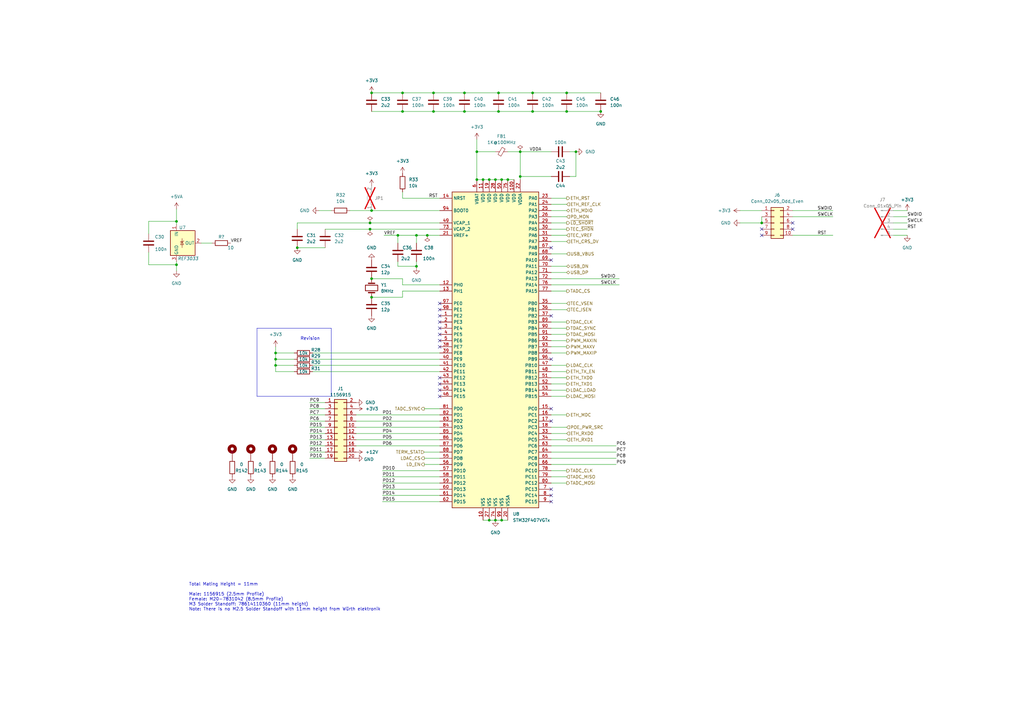
<source format=kicad_sch>
(kicad_sch (version 20230121) (generator eeschema)
  (paper "A3")
  (title_block (title "MCU") (date "2023-11-09") (rev "r0_3") (company "M-Labs Limited") (comment 1 "Linus Woo Chun Kit"))
  (lib_symbols
    (symbol "Connector:Conn_01x05_Pin" (pin_names (offset 1.016) hide)
      (property "Reference" "J" (at 0 7.62 0))
      (property "Value" "Conn_01x05_Pin" (at 0 -7.62 0))
      (symbol "Conn_01x05_Pin_1_1"
        (pin passive line (at 5.08 5.08 180) (length 3.81) (name "Pin_1") (number "1"))
        (pin passive line (at 5.08 2.54 180) (length 3.81) (name "Pin_2") (number "2"))
        (pin passive line (at 5.08 0 180) (length 3.81) (name "Pin_3") (number "3"))
        (pin passive line (at 5.08 -2.54 180) (length 3.81) (name "Pin_4") (number "4"))
        (pin passive line (at 5.08 -5.08 180) (length 3.81) (name "Pin_5") (number "5"))
      )
    )
    (symbol "Connector_Generic:Conn_02x05_Odd_Even" (pin_names (offset 1.016) hide)
      (property "Reference" "J" (at 1.27 7.62 0))
      (property "Value" "Conn_02x05_Odd_Even" (at 1.27 -7.62 0))
      (symbol "Conn_02x05_Odd_Even_1_1"
        (pin passive line (at -5.08 5.08 0) (length 3.81) (name "Pin_1") (number "1"))
        (pin passive line (at 7.62 -5.08 180) (length 3.81) (name "Pin_10") (number "10"))
        (pin passive line (at 7.62 5.08 180) (length 3.81) (name "Pin_2") (number "2"))
        (pin passive line (at -5.08 2.54 0) (length 3.81) (name "Pin_3") (number "3"))
        (pin passive line (at 7.62 2.54 180) (length 3.81) (name "Pin_4") (number "4"))
        (pin passive line (at -5.08 0 0) (length 3.81) (name "Pin_5") (number "5"))
        (pin passive line (at 7.62 0 180) (length 3.81) (name "Pin_6") (number "6"))
        (pin passive line (at -5.08 -2.54 0) (length 3.81) (name "Pin_7") (number "7"))
        (pin passive line (at 7.62 -2.54 180) (length 3.81) (name "Pin_8") (number "8"))
        (pin passive line (at -5.08 -5.08 0) (length 3.81) (name "Pin_9") (number "9"))
      )
    )
    (symbol "Connector_Generic:Conn_02x10_Odd_Even" (pin_names (offset 1.016) hide)
      (property "Reference" "J" (at 1.27 12.7 0))
      (property "Value" "Conn_02x10_Odd_Even" (at 1.27 -15.24 0))
      (symbol "Conn_02x10_Odd_Even_1_1"
        (pin passive line (at -5.08 10.16 0) (length 3.81) (name "Pin_1") (number "1"))
        (pin passive line (at 7.62 0 180) (length 3.81) (name "Pin_10") (number "10"))
        (pin passive line (at -5.08 -2.54 0) (length 3.81) (name "Pin_11") (number "11"))
        (pin passive line (at 7.62 -2.54 180) (length 3.81) (name "Pin_12") (number "12"))
        (pin passive line (at -5.08 -5.08 0) (length 3.81) (name "Pin_13") (number "13"))
        (pin passive line (at 7.62 -5.08 180) (length 3.81) (name "Pin_14") (number "14"))
        (pin passive line (at -5.08 -7.62 0) (length 3.81) (name "Pin_15") (number "15"))
        (pin passive line (at 7.62 -7.62 180) (length 3.81) (name "Pin_16") (number "16"))
        (pin passive line (at -5.08 -10.16 0) (length 3.81) (name "Pin_17") (number "17"))
        (pin passive line (at 7.62 -10.16 180) (length 3.81) (name "Pin_18") (number "18"))
        (pin passive line (at -5.08 -12.7 0) (length 3.81) (name "Pin_19") (number "19"))
        (pin passive line (at 7.62 10.16 180) (length 3.81) (name "Pin_2") (number "2"))
        (pin passive line (at 7.62 -12.7 180) (length 3.81) (name "Pin_20") (number "20"))
        (pin passive line (at -5.08 7.62 0) (length 3.81) (name "Pin_3") (number "3"))
        (pin passive line (at 7.62 7.62 180) (length 3.81) (name "Pin_4") (number "4"))
        (pin passive line (at -5.08 5.08 0) (length 3.81) (name "Pin_5") (number "5"))
        (pin passive line (at 7.62 5.08 180) (length 3.81) (name "Pin_6") (number "6"))
        (pin passive line (at -5.08 2.54 0) (length 3.81) (name "Pin_7") (number "7"))
        (pin passive line (at 7.62 2.54 180) (length 3.81) (name "Pin_8") (number "8"))
        (pin passive line (at -5.08 0 0) (length 3.81) (name "Pin_9") (number "9"))
      )
    )
    (symbol "Device:C" (pin_numbers hide) (pin_names (offset 0.254))
      (property "Reference" "C" (at 0.635 2.54 0))
      (property "Value" "C" (at 0.635 -2.54 0))
      (symbol "C_1_1"
        (pin passive line (at 0 3.81 270) (length 2.794) (name "~") (number "1"))
        (pin passive line (at 0 -3.81 90) (length 2.794) (name "~") (number "2"))
      )
    )
    (symbol "Device:Crystal" (pin_numbers hide) (pin_names (offset 1.016) hide)
      (property "Reference" "Y" (at 0 3.81 0))
      (property "Value" "Crystal" (at 0 -3.81 0))
      (symbol "Crystal_1_1"
        (pin passive line (at -3.81 0 0) (length 1.27) (name "1") (number "1"))
        (pin passive line (at 3.81 0 180) (length 1.27) (name "2") (number "2"))
      )
    )
    (symbol "Device:FerriteBead_Small" (pin_numbers hide) (pin_names (offset 0))
      (property "Reference" "FB" (at 1.905 1.27 0))
      (property "Value" "FerriteBead_Small" (at 1.905 -1.27 0))
      (symbol "FerriteBead_Small_1_1"
        (pin passive line (at 0 2.54 270) (length 1.27) (name "~") (number "1"))
        (pin passive line (at 0 -2.54 90) (length 1.27) (name "~") (number "2"))
      )
    )
    (symbol "Device:R" (pin_numbers hide) (pin_names (offset 0))
      (property "Reference" "R" (at 2.032 0 90))
      (property "Value" "R" (at 0 0 90))
      (symbol "R_1_1"
        (pin passive line (at 0 3.81 270) (length 1.27) (name "~") (number "1"))
        (pin passive line (at 0 -3.81 90) (length 1.27) (name "~") (number "2"))
      )
    )
    (symbol "Jumper:Jumper_2_Open" (pin_names (offset 0) hide)
      (property "Reference" "JP" (at 0 2.794 0))
      (property "Value" "Jumper_2_Open" (at 0 -2.286 0))
      (symbol "Jumper_2_Open_1_1"
        (pin passive line (at -5.08 0 0) (length 2.54) (name "A") (number "1"))
        (pin passive line (at 5.08 0 180) (length 2.54) (name "B") (number "2"))
      )
    )
    (symbol "MCU_ST_STM32F4:STM32F407VGTx"
      (property "Reference" "U" (at -17.78 64.77 0))
      (property "Value" "STM32F407VGTx" (at 12.7 64.77 0))
      (symbol "STM32F407VGTx_1_1"
        (pin bidirectional line (at -22.86 12.7 0) (length 5.08) (name "PE2") (number "1"))
        (pin power_in line (at -5.08 -71.12 90) (length 5.08) (name "VSS") (number "10"))
        (pin power_in line (at 7.62 68.58 270) (length 5.08) (name "VDD") (number "100"))
        (pin power_in line (at -5.08 68.58 270) (length 5.08) (name "VDD") (number "11"))
        (pin input line (at -22.86 25.4 0) (length 5.08) (name "PH0") (number "12"))
        (pin input line (at -22.86 22.86 0) (length 5.08) (name "PH1") (number "13"))
        (pin input line (at -22.86 60.96 0) (length 5.08) (name "NRST") (number "14"))
        (pin bidirectional line (at 22.86 -25.4 180) (length 5.08) (name "PC0") (number "15"))
        (pin bidirectional line (at 22.86 -27.94 180) (length 5.08) (name "PC1") (number "16"))
        (pin bidirectional line (at 22.86 -30.48 180) (length 5.08) (name "PC2") (number "17"))
        (pin bidirectional line (at 22.86 -33.02 180) (length 5.08) (name "PC3") (number "18"))
        (pin power_in line (at -2.54 68.58 270) (length 5.08) (name "VDD") (number "19"))
        (pin bidirectional line (at -22.86 10.16 0) (length 5.08) (name "PE3") (number "2"))
        (pin power_in line (at 5.08 -71.12 90) (length 5.08) (name "VSSA") (number "20"))
        (pin power_in line (at -22.86 45.72 0) (length 5.08) (name "VREF+") (number "21"))
        (pin power_in line (at 10.16 68.58 270) (length 5.08) (name "VDDA") (number "22"))
        (pin bidirectional line (at 22.86 60.96 180) (length 5.08) (name "PA0") (number "23"))
        (pin bidirectional line (at 22.86 58.42 180) (length 5.08) (name "PA1") (number "24"))
        (pin bidirectional line (at 22.86 55.88 180) (length 5.08) (name "PA2") (number "25"))
        (pin bidirectional line (at 22.86 53.34 180) (length 5.08) (name "PA3") (number "26"))
        (pin power_in line (at -2.54 -71.12 90) (length 5.08) (name "VSS") (number "27"))
        (pin power_in line (at 0 68.58 270) (length 5.08) (name "VDD") (number "28"))
        (pin bidirectional line (at 22.86 50.8 180) (length 5.08) (name "PA4") (number "29"))
        (pin bidirectional line (at -22.86 7.62 0) (length 5.08) (name "PE4") (number "3"))
        (pin bidirectional line (at 22.86 48.26 180) (length 5.08) (name "PA5") (number "30"))
        (pin bidirectional line (at 22.86 45.72 180) (length 5.08) (name "PA6") (number "31"))
        (pin bidirectional line (at 22.86 43.18 180) (length 5.08) (name "PA7") (number "32"))
        (pin bidirectional line (at 22.86 -35.56 180) (length 5.08) (name "PC4") (number "33"))
        (pin bidirectional line (at 22.86 -38.1 180) (length 5.08) (name "PC5") (number "34"))
        (pin bidirectional line (at 22.86 17.78 180) (length 5.08) (name "PB0") (number "35"))
        (pin bidirectional line (at 22.86 15.24 180) (length 5.08) (name "PB1") (number "36"))
        (pin bidirectional line (at 22.86 12.7 180) (length 5.08) (name "PB2") (number "37"))
        (pin bidirectional line (at -22.86 0 0) (length 5.08) (name "PE7") (number "38"))
        (pin bidirectional line (at -22.86 -2.54 0) (length 5.08) (name "PE8") (number "39"))
        (pin bidirectional line (at -22.86 5.08 0) (length 5.08) (name "PE5") (number "4"))
        (pin bidirectional line (at -22.86 -5.08 0) (length 5.08) (name "PE9") (number "40"))
        (pin bidirectional line (at -22.86 -7.62 0) (length 5.08) (name "PE10") (number "41"))
        (pin bidirectional line (at -22.86 -10.16 0) (length 5.08) (name "PE11") (number "42"))
        (pin bidirectional line (at -22.86 -12.7 0) (length 5.08) (name "PE12") (number "43"))
        (pin bidirectional line (at -22.86 -15.24 0) (length 5.08) (name "PE13") (number "44"))
        (pin bidirectional line (at -22.86 -17.78 0) (length 5.08) (name "PE14") (number "45"))
        (pin bidirectional line (at -22.86 -20.32 0) (length 5.08) (name "PE15") (number "46"))
        (pin bidirectional line (at 22.86 -7.62 180) (length 5.08) (name "PB10") (number "47"))
        (pin bidirectional line (at 22.86 -10.16 180) (length 5.08) (name "PB11") (number "48"))
        (pin power_in line (at -22.86 50.8 0) (length 5.08) (name "VCAP_1") (number "49"))
        (pin bidirectional line (at -22.86 2.54 0) (length 5.08) (name "PE6") (number "5"))
        (pin power_in line (at 2.54 68.58 270) (length 5.08) (name "VDD") (number "50"))
        (pin bidirectional line (at 22.86 -12.7 180) (length 5.08) (name "PB12") (number "51"))
        (pin bidirectional line (at 22.86 -15.24 180) (length 5.08) (name "PB13") (number "52"))
        (pin bidirectional line (at 22.86 -17.78 180) (length 5.08) (name "PB14") (number "53"))
        (pin bidirectional line (at 22.86 -20.32 180) (length 5.08) (name "PB15") (number "54"))
        (pin bidirectional line (at -22.86 -45.72 0) (length 5.08) (name "PD8") (number "55"))
        (pin bidirectional line (at -22.86 -48.26 0) (length 5.08) (name "PD9") (number "56"))
        (pin bidirectional line (at -22.86 -50.8 0) (length 5.08) (name "PD10") (number "57"))
        (pin bidirectional line (at -22.86 -53.34 0) (length 5.08) (name "PD11") (number "58"))
        (pin bidirectional line (at -22.86 -55.88 0) (length 5.08) (name "PD12") (number "59"))
        (pin power_in line (at -7.62 68.58 270) (length 5.08) (name "VBAT") (number "6"))
        (pin bidirectional line (at -22.86 -58.42 0) (length 5.08) (name "PD13") (number "60"))
        (pin bidirectional line (at -22.86 -60.96 0) (length 5.08) (name "PD14") (number "61"))
        (pin bidirectional line (at -22.86 -63.5 0) (length 5.08) (name "PD15") (number "62"))
        (pin bidirectional line (at 22.86 -40.64 180) (length 5.08) (name "PC6") (number "63"))
        (pin bidirectional line (at 22.86 -43.18 180) (length 5.08) (name "PC7") (number "64"))
        (pin bidirectional line (at 22.86 -45.72 180) (length 5.08) (name "PC8") (number "65"))
        (pin bidirectional line (at 22.86 -48.26 180) (length 5.08) (name "PC9") (number "66"))
        (pin bidirectional line (at 22.86 40.64 180) (length 5.08) (name "PA8") (number "67"))
        (pin bidirectional line (at 22.86 38.1 180) (length 5.08) (name "PA9") (number "68"))
        (pin bidirectional line (at 22.86 35.56 180) (length 5.08) (name "PA10") (number "69"))
        (pin bidirectional line (at 22.86 -58.42 180) (length 5.08) (name "PC13") (number "7"))
        (pin bidirectional line (at 22.86 33.02 180) (length 5.08) (name "PA11") (number "70"))
        (pin bidirectional line (at 22.86 30.48 180) (length 5.08) (name "PA12") (number "71"))
        (pin bidirectional line (at 22.86 27.94 180) (length 5.08) (name "PA13") (number "72"))
        (pin power_in line (at -22.86 48.26 0) (length 5.08) (name "VCAP_2") (number "73"))
        (pin power_in line (at 0 -71.12 90) (length 5.08) (name "VSS") (number "74"))
        (pin power_in line (at 5.08 68.58 270) (length 5.08) (name "VDD") (number "75"))
        (pin bidirectional line (at 22.86 25.4 180) (length 5.08) (name "PA14") (number "76"))
        (pin bidirectional line (at 22.86 22.86 180) (length 5.08) (name "PA15") (number "77"))
        (pin bidirectional line (at 22.86 -50.8 180) (length 5.08) (name "PC10") (number "78"))
        (pin bidirectional line (at 22.86 -53.34 180) (length 5.08) (name "PC11") (number "79"))
        (pin bidirectional line (at 22.86 -60.96 180) (length 5.08) (name "PC14") (number "8"))
        (pin bidirectional line (at 22.86 -55.88 180) (length 5.08) (name "PC12") (number "80"))
        (pin bidirectional line (at -22.86 -25.4 0) (length 5.08) (name "PD0") (number "81"))
        (pin bidirectional line (at -22.86 -27.94 0) (length 5.08) (name "PD1") (number "82"))
        (pin bidirectional line (at -22.86 -30.48 0) (length 5.08) (name "PD2") (number "83"))
        (pin bidirectional line (at -22.86 -33.02 0) (length 5.08) (name "PD3") (number "84"))
        (pin bidirectional line (at -22.86 -35.56 0) (length 5.08) (name "PD4") (number "85"))
        (pin bidirectional line (at -22.86 -38.1 0) (length 5.08) (name "PD5") (number "86"))
        (pin bidirectional line (at -22.86 -40.64 0) (length 5.08) (name "PD6") (number "87"))
        (pin bidirectional line (at -22.86 -43.18 0) (length 5.08) (name "PD7") (number "88"))
        (pin bidirectional line (at 22.86 10.16 180) (length 5.08) (name "PB3") (number "89"))
        (pin bidirectional line (at 22.86 -63.5 180) (length 5.08) (name "PC15") (number "9"))
        (pin bidirectional line (at 22.86 7.62 180) (length 5.08) (name "PB4") (number "90"))
        (pin bidirectional line (at 22.86 5.08 180) (length 5.08) (name "PB5") (number "91"))
        (pin bidirectional line (at 22.86 2.54 180) (length 5.08) (name "PB6") (number "92"))
        (pin bidirectional line (at 22.86 0 180) (length 5.08) (name "PB7") (number "93"))
        (pin input line (at -22.86 55.88 0) (length 5.08) (name "BOOT0") (number "94"))
        (pin bidirectional line (at 22.86 -2.54 180) (length 5.08) (name "PB8") (number "95"))
        (pin bidirectional line (at 22.86 -5.08 180) (length 5.08) (name "PB9") (number "96"))
        (pin bidirectional line (at -22.86 17.78 0) (length 5.08) (name "PE0") (number "97"))
        (pin bidirectional line (at -22.86 15.24 0) (length 5.08) (name "PE1") (number "98"))
        (pin power_in line (at 2.54 -71.12 90) (length 5.08) (name "VSS") (number "99"))
      )
    )
    (symbol "Mechanical:MountingHole_Pad" (pin_numbers hide) (pin_names (offset 1.016) hide)
      (property "Reference" "H" (at 0 6.35 0))
      (property "Value" "MountingHole_Pad" (at 0 4.445 0))
      (symbol "MountingHole_Pad_1_1"
        (pin input line (at 0 -2.54 90) (length 2.54) (name "1") (number "1"))
      )
    )
    (symbol "Reference_Voltage:REF3033" (pin_names (offset 0.254))
      (property "Reference" "U" (at 0 6.35 0))
      (property "Value" "REF3033" (at 2.54 -6.35 0))
      (symbol "REF3033_1_1"
        (pin power_in line (at -2.54 7.62 270) (length 2.54) (name "IN") (number "1"))
        (pin power_out line (at 7.62 0 180) (length 2.54) (name "OUT") (number "2"))
        (pin power_in line (at -2.54 -7.62 90) (length 2.54) (name "GND") (number "3"))
      )
    )
    (symbol "power:+12V" (power) (pin_names (offset 0))
      (property "Value" "+12V" (at 0 3.556 0))
      (symbol "+12V_1_1"
        (pin power_in line (at 0 0 90) (length 0) hide (name "+12V") (number "1"))
      )
    )
    (symbol "power:+3V3" (power) (pin_names (offset 0))
      (property "Value" "+3V3" (at 0 3.556 0))
      (symbol "+3V3_1_1"
        (pin power_in line (at 0 0 90) (length 0) hide (name "+3V3") (number "1"))
      )
    )
    (symbol "power:+5VA" (power) (pin_names (offset 0))
      (property "Value" "+5VA" (at 0 3.556 0))
      (symbol "+5VA_1_1"
        (pin power_in line (at 0 0 90) (length 0) hide (name "+5VA") (number "1"))
      )
    )
    (symbol "power:GND" (power) (pin_names (offset 0))
      (property "Value" "GND" (at 0 -3.81 0))
      (symbol "GND_1_1"
        (pin power_in line (at 0 0 270) (length 0) hide (name "GND") (number "1"))
      )
    )
    (symbol "power:PWR_FLAG" (power) (pin_numbers hide) (pin_names (offset 0) hide)
      (property "Value" "PWR_FLAG" (at 0 3.81 0))
      (symbol "PWR_FLAG_0_0"
        (pin power_out line (at 0 0 90) (length 0) (name "pwr") (number "1"))
      )
    )
  )
  (junction (at 165.1 38.1))
  (junction (at 152.4 114.3))
  (junction (at 198.12 73.66))
  (junction (at 205.74 213.36))
  (junction (at 177.8 38.1))
  (junction (at 213.36 72.39))
  (junction (at 236.22 62.23))
  (junction (at 152.4 38.1))
  (junction (at 195.58 73.66))
  (junction (at 121.92 101.6))
  (junction (at 72.39 90.805))
  (junction (at 200.66 73.66))
  (junction (at 170.815 96.52))
  (junction (at 203.2 213.36))
  (junction (at 151.765 91.44))
  (junction (at 175.26 96.52))
  (junction (at 204.47 38.1))
  (junction (at 152.4 86.36))
  (junction (at 177.8 45.72))
  (junction (at 232.41 45.72))
  (junction (at 200.66 213.36))
  (junction (at 208.28 73.66))
  (junction (at 113.03 144.78))
  (junction (at 190.5 45.72))
  (junction (at 165.1 45.72))
  (junction (at 203.2 73.66))
  (junction (at 232.41 38.1))
  (junction (at 213.36 62.23))
  (junction (at 170.815 109.22))
  (junction (at 190.5 38.1))
  (junction (at 204.47 45.72))
  (junction (at 113.03 147.32))
  (junction (at 218.44 38.1))
  (junction (at 246.38 45.72))
  (junction (at 151.765 93.98))
  (junction (at 205.74 73.66))
  (junction (at 152.4 121.92))
  (junction (at 195.58 62.23))
  (junction (at 312.42 91.44))
  (junction (at 218.44 45.72))
  (junction (at 72.39 108.585))
  (junction (at 113.03 149.86))
  (junction (at 163.195 96.52))
  (no_connect (at 312.42 96.52))
  (no_connect (at 325.12 93.98))
  (no_connect (at 325.12 91.44))
  (no_connect (at 180.34 157.48))
  (no_connect (at 180.34 154.94))
  (no_connect (at 312.42 93.98))
  (no_connect (at 226.06 172.72))
  (no_connect (at 226.06 101.6))
  (no_connect (at 226.06 200.66))
  (no_connect (at 226.06 203.2))
  (no_connect (at 226.06 205.74))
  (no_connect (at 226.06 106.68))
  (no_connect (at 226.06 129.54))
  (no_connect (at 180.34 129.54))
  (no_connect (at 180.34 124.46))
  (no_connect (at 180.34 127))
  (no_connect (at 226.06 147.32))
  (no_connect (at 226.06 167.64))
  (no_connect (at 180.34 162.56))
  (no_connect (at 180.34 160.02))
  (no_connect (at 180.34 132.08))
  (no_connect (at 180.34 134.62))
  (no_connect (at 180.34 137.16))
  (no_connect (at 180.34 139.7))
  (no_connect (at 180.34 142.24))
  (wire (pts (xy 226.06 180.34) (xy 232.41 180.34)))
  (wire (pts (xy 156.845 205.74) (xy 180.34 205.74)))
  (wire (pts (xy 226.06 170.18) (xy 232.41 170.18)))
  (wire (pts (xy 226.06 160.02) (xy 232.41 160.02)))
  (wire (pts (xy 226.06 99.06) (xy 232.41 99.06)))
  (wire (pts (xy 165.1 116.84) (xy 180.34 116.84)))
  (wire (pts (xy 226.06 104.14) (xy 232.41 104.14)))
  (wire (pts (xy 170.815 109.22) (xy 170.815 109.855)))
  (wire (pts (xy 127 175.26) (xy 133.35 175.26)))
  (wire (pts (xy 156.845 203.2) (xy 180.34 203.2)))
  (wire (pts (xy 72.39 85.725) (xy 72.39 90.805)))
  (wire (pts (xy 226.06 86.36) (xy 232.41 86.36)))
  (polyline (pts (xy 105.41 162.56) (xy 135.89 162.56)))
  (wire (pts (xy 127 167.64) (xy 133.35 167.64)))
  (wire (pts (xy 175.26 96.52) (xy 180.34 96.52)))
  (wire (pts (xy 372.11 91.44) (xy 366.395 91.44)))
  (wire (pts (xy 198.12 213.36) (xy 200.66 213.36)))
  (wire (pts (xy 218.44 45.72) (xy 232.41 45.72)))
  (wire (pts (xy 312.42 88.9) (xy 312.42 91.44)))
  (wire (pts (xy 165.1 81.28) (xy 180.34 81.28)))
  (wire (pts (xy 233.68 72.39) (xy 236.22 72.39)))
  (wire (pts (xy 146.05 180.34) (xy 180.34 180.34)))
  (wire (pts (xy 146.05 172.72) (xy 180.34 172.72)))
  (wire (pts (xy 72.39 108.585) (xy 60.96 108.585)))
  (wire (pts (xy 372.11 96.52) (xy 366.395 96.52)))
  (wire (pts (xy 195.58 62.23) (xy 203.2 62.23)))
  (wire (pts (xy 121.92 101.6) (xy 133.35 101.6)))
  (wire (pts (xy 170.815 96.52) (xy 170.815 99.695)))
  (wire (pts (xy 173.99 187.96) (xy 180.34 187.96)))
  (wire (pts (xy 325.12 96.52) (xy 341.63 96.52)))
  (wire (pts (xy 203.2 213.36) (xy 205.74 213.36)))
  (wire (pts (xy 226.06 139.7) (xy 232.41 139.7)))
  (polyline (pts (xy 135.89 162.56) (xy 135.89 134.62)))
  (wire (pts (xy 127 185.42) (xy 133.35 185.42)))
  (wire (pts (xy 226.06 116.84) (xy 254 116.84)))
  (wire (pts (xy 204.47 38.1) (xy 218.44 38.1)))
  (wire (pts (xy 113.03 152.4) (xy 120.65 152.4)))
  (wire (pts (xy 151.765 91.44) (xy 180.34 91.44)))
  (wire (pts (xy 128.27 149.86) (xy 180.34 149.86)))
  (wire (pts (xy 170.815 107.315) (xy 170.815 109.22)))
  (wire (pts (xy 113.03 149.86) (xy 120.65 149.86)))
  (wire (pts (xy 152.4 45.72) (xy 165.1 45.72)))
  (wire (pts (xy 127 165.1) (xy 133.35 165.1)))
  (wire (pts (xy 128.27 147.32) (xy 180.34 147.32)))
  (wire (pts (xy 72.39 107.315) (xy 72.39 108.585)))
  (wire (pts (xy 165.1 119.38) (xy 165.1 121.92)))
  (wire (pts (xy 208.28 62.23) (xy 213.36 62.23)))
  (wire (pts (xy 146.05 170.18) (xy 180.34 170.18)))
  (wire (pts (xy 127 172.72) (xy 133.35 172.72)))
  (wire (pts (xy 156.845 193.04) (xy 180.34 193.04)))
  (wire (pts (xy 133.35 93.98) (xy 151.765 93.98)))
  (wire (pts (xy 226.06 177.8) (xy 232.41 177.8)))
  (wire (pts (xy 226.06 193.04) (xy 232.41 193.04)))
  (wire (pts (xy 165.1 81.28) (xy 165.1 78.74)))
  (wire (pts (xy 72.39 90.805) (xy 72.39 92.075)))
  (wire (pts (xy 127 180.34) (xy 133.35 180.34)))
  (wire (pts (xy 113.03 147.32) (xy 113.03 149.86)))
  (wire (pts (xy 372.11 93.98) (xy 366.395 93.98)))
  (wire (pts (xy 226.06 154.94) (xy 232.41 154.94)))
  (wire (pts (xy 156.845 195.58) (xy 180.34 195.58)))
  (wire (pts (xy 213.36 62.23) (xy 213.36 72.39)))
  (wire (pts (xy 226.06 111.76) (xy 232.41 111.76)))
  (wire (pts (xy 226.06 134.62) (xy 232.41 134.62)))
  (wire (pts (xy 127 187.96) (xy 133.35 187.96)))
  (wire (pts (xy 226.06 182.88) (xy 252.73 182.88)))
  (wire (pts (xy 226.06 187.96) (xy 252.73 187.96)))
  (wire (pts (xy 226.06 149.86) (xy 232.41 149.86)))
  (wire (pts (xy 82.55 99.695) (xy 86.995 99.695)))
  (wire (pts (xy 226.06 137.16) (xy 232.41 137.16)))
  (wire (pts (xy 226.06 185.42) (xy 252.73 185.42)))
  (wire (pts (xy 226.06 93.98) (xy 232.41 93.98)))
  (wire (pts (xy 177.8 38.1) (xy 190.5 38.1)))
  (wire (pts (xy 200.66 213.36) (xy 203.2 213.36)))
  (wire (pts (xy 127 177.8) (xy 133.35 177.8)))
  (wire (pts (xy 372.11 88.9) (xy 366.395 88.9)))
  (wire (pts (xy 203.2 73.66) (xy 205.74 73.66)))
  (wire (pts (xy 195.58 62.23) (xy 195.58 73.66)))
  (wire (pts (xy 233.68 62.23) (xy 236.22 62.23)))
  (wire (pts (xy 157.48 96.52) (xy 163.195 96.52)))
  (wire (pts (xy 146.05 182.88) (xy 180.34 182.88)))
  (wire (pts (xy 177.8 45.72) (xy 190.5 45.72)))
  (wire (pts (xy 163.195 109.22) (xy 163.195 107.315)))
  (wire (pts (xy 226.06 190.5) (xy 252.73 190.5)))
  (wire (pts (xy 146.05 175.26) (xy 180.34 175.26)))
  (wire (pts (xy 226.06 198.12) (xy 232.41 198.12)))
  (wire (pts (xy 232.41 38.1) (xy 246.38 38.1)))
  (wire (pts (xy 195.58 73.66) (xy 198.12 73.66)))
  (wire (pts (xy 213.36 62.23) (xy 226.06 62.23)))
  (wire (pts (xy 165.1 121.92) (xy 152.4 121.92)))
  (wire (pts (xy 113.03 144.78) (xy 113.03 147.32)))
  (wire (pts (xy 152.4 86.36) (xy 180.34 86.36)))
  (wire (pts (xy 198.12 73.66) (xy 200.66 73.66)))
  (wire (pts (xy 113.03 144.78) (xy 120.65 144.78)))
  (wire (pts (xy 113.03 149.86) (xy 113.03 152.4)))
  (wire (pts (xy 213.36 72.39) (xy 213.36 73.66)))
  (wire (pts (xy 226.06 124.46) (xy 232.41 124.46)))
  (wire (pts (xy 226.06 152.4) (xy 232.41 152.4)))
  (wire (pts (xy 325.12 86.36) (xy 341.63 86.36)))
  (polyline (pts (xy 105.41 134.62) (xy 105.41 162.56)))
  (wire (pts (xy 226.06 195.58) (xy 232.41 195.58)))
  (wire (pts (xy 156.845 198.12) (xy 180.34 198.12)))
  (wire (pts (xy 163.195 96.52) (xy 170.815 96.52)))
  (wire (pts (xy 113.03 147.32) (xy 120.65 147.32)))
  (wire (pts (xy 208.28 73.66) (xy 210.82 73.66)))
  (wire (pts (xy 165.1 45.72) (xy 177.8 45.72)))
  (wire (pts (xy 173.99 185.42) (xy 180.34 185.42)))
  (wire (pts (xy 165.1 119.38) (xy 180.34 119.38)))
  (wire (pts (xy 226.06 142.24) (xy 232.41 142.24)))
  (wire (pts (xy 372.11 86.36) (xy 366.395 86.36)))
  (wire (pts (xy 165.1 116.84) (xy 165.1 114.3)))
  (wire (pts (xy 226.06 132.08) (xy 232.41 132.08)))
  (wire (pts (xy 121.92 93.98) (xy 121.92 91.44)))
  (wire (pts (xy 213.36 72.39) (xy 226.06 72.39)))
  (wire (pts (xy 236.22 72.39) (xy 236.22 62.23)))
  (wire (pts (xy 205.74 73.66) (xy 208.28 73.66)))
  (wire (pts (xy 226.06 109.22) (xy 232.41 109.22)))
  (wire (pts (xy 113.03 142.24) (xy 113.03 144.78)))
  (wire (pts (xy 156.845 200.66) (xy 180.34 200.66)))
  (wire (pts (xy 163.195 99.695) (xy 163.195 96.52)))
  (wire (pts (xy 303.53 91.44) (xy 312.42 91.44)))
  (wire (pts (xy 218.44 38.1) (xy 232.41 38.1)))
  (wire (pts (xy 226.06 175.26) (xy 232.41 175.26)))
  (wire (pts (xy 226.06 88.9) (xy 232.41 88.9)))
  (wire (pts (xy 60.96 95.885) (xy 60.96 90.805)))
  (wire (pts (xy 232.41 45.72) (xy 246.38 45.72)))
  (wire (pts (xy 226.06 96.52) (xy 232.41 96.52)))
  (wire (pts (xy 195.58 57.15) (xy 195.58 62.23)))
  (wire (pts (xy 226.06 119.38) (xy 232.41 119.38)))
  (wire (pts (xy 173.99 190.5) (xy 180.34 190.5)))
  (wire (pts (xy 72.39 108.585) (xy 72.39 111.125)))
  (wire (pts (xy 190.5 38.1) (xy 204.47 38.1)))
  (wire (pts (xy 165.1 38.1) (xy 177.8 38.1)))
  (wire (pts (xy 152.4 38.1) (xy 165.1 38.1)))
  (wire (pts (xy 204.47 45.72) (xy 218.44 45.72)))
  (wire (pts (xy 60.96 90.805) (xy 72.39 90.805)))
  (wire (pts (xy 170.815 109.22) (xy 163.195 109.22)))
  (wire (pts (xy 226.06 127) (xy 232.41 127)))
  (wire (pts (xy 226.06 81.28) (xy 232.41 81.28)))
  (wire (pts (xy 226.06 83.82) (xy 232.41 83.82)))
  (wire (pts (xy 151.765 93.98) (xy 180.34 93.98)))
  (wire (pts (xy 205.74 213.36) (xy 208.28 213.36)))
  (wire (pts (xy 303.53 86.36) (xy 312.42 86.36)))
  (wire (pts (xy 226.06 144.78) (xy 232.41 144.78)))
  (wire (pts (xy 165.1 114.3) (xy 152.4 114.3)))
  (polyline (pts (xy 105.41 134.62) (xy 135.89 134.62)))
  (wire (pts (xy 143.51 86.36) (xy 152.4 86.36)))
  (wire (pts (xy 226.06 91.44) (xy 232.41 91.44)))
  (wire (pts (xy 130.81 86.36) (xy 135.89 86.36)))
  (wire (pts (xy 121.92 91.44) (xy 151.765 91.44)))
  (wire (pts (xy 226.06 162.56) (xy 232.41 162.56)))
  (wire (pts (xy 190.5 45.72) (xy 204.47 45.72)))
  (wire (pts (xy 127 182.88) (xy 133.35 182.88)))
  (wire (pts (xy 170.815 96.52) (xy 175.26 96.52)))
  (wire (pts (xy 128.27 144.78) (xy 180.34 144.78)))
  (wire (pts (xy 226.06 114.3) (xy 254 114.3)))
  (wire (pts (xy 226.06 157.48) (xy 232.41 157.48)))
  (wire (pts (xy 60.96 108.585) (xy 60.96 103.505)))
  (wire (pts (xy 127 170.18) (xy 133.35 170.18)))
  (wire (pts (xy 146.05 177.8) (xy 180.34 177.8)))
  (wire (pts (xy 325.12 88.9) (xy 341.63 88.9)))
  (wire (pts (xy 173.99 167.64) (xy 180.34 167.64)))
  (wire (pts (xy 128.27 152.4) (xy 180.34 152.4)))
  (wire (pts (xy 200.66 73.66) (xy 203.2 73.66)))
  (text "Revision\n" (at 123.19 139.7 0) (effects (font (size 1.27 1.27)) (justify left bottom)))
  (text "Total Mating Height = 11mm\n\nMale: 1156915 (2.5mm Profile)\nFemale: M20-7831042 (8.5mm Profile)\nM3 Solder Standoff: 78614110360 (11mm height)\nNote: There is no M2.5 Solder Standoff with 11mm height from Würth elektronik\n\n" (at 77.47 252.73 0) (effects (font (size 1.27 1.27)) (justify left bottom)))
  (label "SWCLK" (at 372.11 91.44 0))
  (label "RST" (at 372.11 93.98 0))
  (label "SWDIO" (at 246.38 114.3 0))
  (label "SWCLK" (at 335.28 88.9 0))
  (label "PD11" (at 156.845 195.58 0))
  (label "PD10" (at 127 187.96 0))
  (label "PD15" (at 127 175.26 0))
  (label "PD4" (at 156.845 177.8 0))
  (label "PD10" (at 156.845 193.04 0))
  (label "SWDIO" (at 372.11 88.9 0))
  (label "SWDIO" (at 335.28 86.36 0))
  (label "PD13" (at 127 180.34 0))
  (label "VREF" (at 157.48 96.52 0))
  (label "PC7" (at 127 170.18 0))
  (label "VDDA" (at 217.17 62.23 0))
  (label "PD11" (at 127 185.42 0))
  (label "RST" (at 335.28 96.52 0))
  (label "PC8" (at 127 167.64 0))
  (label "PD12" (at 127 182.88 0))
  (label "PD6" (at 156.845 182.88 0))
  (label "PD15" (at 156.845 205.74 0))
  (label "VREF" (at 94.615 99.695 0))
  (label "PD13" (at 156.845 200.66 0))
  (label "PD14" (at 156.845 203.2 0))
  (label "PC6" (at 252.73 182.88 0))
  (label "PD12" (at 156.845 198.12 0))
  (label "PD3" (at 156.845 175.26 0))
  (label "PD5" (at 156.845 180.34 0))
  (label "PD14" (at 127 177.8 0))
  (label "PC9" (at 252.73 190.5 0))
  (label "PC6" (at 127 172.72 0))
  (label "PC8" (at 252.73 187.96 0))
  (label "SWCLK" (at 246.38 116.84 0))
  (label "RST" (at 175.895 81.28 0))
  (label "PD1" (at 156.845 170.18 0))
  (label "PD2" (at 156.845 172.72 0))
  (label "PC9" (at 127 165.1 0))
  (label "PC7" (at 252.73 185.42 0))
  (hierarchical_label "USB_DP" (shape bidirectional) (at 232.41 111.76 0))
  (hierarchical_label "TEC_VREF" (shape input) (at 232.41 96.52 0))
  (hierarchical_label "ETH_REF_CLK" (shape input) (at 232.41 83.82 0))
  (hierarchical_label "USB_VBUS" (shape input) (at 232.41 104.14 0))
  (hierarchical_label "TADC_CLK" (shape output) (at 232.41 193.04 0))
  (hierarchical_label "TDAC_MOSI" (shape output) (at 232.41 137.16 0))
  (hierarchical_label "PWM_MAXIP" (shape output) (at 232.41 144.78 0))
  (hierarchical_label "USB_DN" (shape bidirectional) (at 232.41 109.22 0))
  (hierarchical_label "ETH_RST" (shape output) (at 232.41 81.28 0))
  (hierarchical_label "TEC_~{SHDN}" (shape output) (at 232.41 93.98 0))
  (hierarchical_label "ETH_TXD1" (shape output) (at 232.41 157.48 0))
  (hierarchical_label "ETH_MDIO" (shape bidirectional) (at 232.41 86.36 0))
  (hierarchical_label "LDAC_MOSI" (shape output) (at 232.41 162.56 0))
  (hierarchical_label "PWM_MAXV" (shape output) (at 232.41 142.24 0))
  (hierarchical_label "POE_PWR_SRC" (shape input) (at 232.41 175.26 0))
  (hierarchical_label "TERM_STAT" (shape input) (at 173.99 185.42 180))
  (hierarchical_label "TADC_CS" (shape output) (at 232.41 119.38 0))
  (hierarchical_label "ETH_RXD0" (shape input) (at 232.41 177.8 0))
  (hierarchical_label "TADC_MISO" (shape input) (at 232.41 195.58 0))
  (hierarchical_label "~{LD_SHORT}" (shape output) (at 232.41 91.44 0))
  (hierarchical_label "LDAC_CS" (shape output) (at 173.99 187.96 180))
  (hierarchical_label "TADC_MOSI" (shape output) (at 232.41 198.12 0))
  (hierarchical_label "ETH_CRS_DV" (shape input) (at 232.41 99.06 0))
  (hierarchical_label "LD_EN" (shape output) (at 173.99 190.5 180))
  (hierarchical_label "TADC_SYNC" (shape output) (at 173.99 167.64 180))
  (hierarchical_label "PWM_MAXIN" (shape output) (at 232.41 139.7 0))
  (hierarchical_label "TEC_ISEN" (shape input) (at 232.41 127 0))
  (hierarchical_label "TEC_VSEN" (shape input) (at 232.41 124.46 0))
  (hierarchical_label "ETH_TX_EN" (shape output) (at 232.41 152.4 0))
  (hierarchical_label "TDAC_SYNC" (shape output) (at 232.41 134.62 0))
  (hierarchical_label "ETH_TXD0" (shape output) (at 232.41 154.94 0))
  (hierarchical_label "PD_MON" (shape input) (at 232.41 88.9 0))
  (hierarchical_label "ETH_RXD1" (shape input) (at 232.41 180.34 0))
  (hierarchical_label "LDAC_LOAD" (shape output) (at 232.41 160.02 0))
  (hierarchical_label "ETH_MDC" (shape output) (at 232.41 170.18 0))
  (hierarchical_label "LDAC_CLK" (shape output) (at 232.41 149.86 0))
  (hierarchical_label "TDAC_CLK" (shape output) (at 232.41 132.08 0))
  (symbol (lib_id "Connector_Generic:Conn_02x05_Odd_Even") (at 317.5 91.44 0) (unit 1)
    (property "Reference" "J6" (at 318.77 80.01 0))
    (property "Value" "Conn_02x05_Odd_Even" (at 318.77 82.55 0))
    (property "Footprint" "kirdy:Adafuit_SWD_Header_4048" (effects hide))
    (property "Datasheet" "https://www.mouser.hk/datasheet/2/737/Adafruit_4048_Web-3358014.pdf" (effects hide))
    (property "MFR_PN" "4048" (effects hide))
  )
  (symbol (lib_id "Device:FerriteBead_Small") (at 205.74 62.23 90) (unit 1)
    (property "Reference" "FB1" (at 205.7019 55.88 90))
    (property "Value" "1K@100MHz" (at 205.7019 58.42 90))
    (property "Footprint" "Inductor_SMD:L_1210_3225Metric" (effects hide))
    (property "MFR_PN" "FBMH3225HM102NT" (effects hide))
    (property "MFR_PN_ALT" "FBMH3225HM102NTV" (effects hide))
  )
  (symbol (lib_id "power:GND") (at 120.015 195.58 0) (unit 1)
    (property "Reference" "#PWR0233" (effects hide))
    (property "Value" "GND" (at 120.015 200.66 0))
  )
  (symbol (lib_id "Device:C") (at 170.815 103.505 180) (unit 1)
    (property "Reference" "C38" (at 175.895 101.6 0))
    (property "Value" "100n" (at 175.895 106.045 0))
    (property "Footprint" "Capacitor_SMD:C_0603_1608Metric" (effects hide))
    (property "MFR_PN" "CL10B104KB8NNWC" (effects hide))
    (property "MFR_PN_ALT" "CL10B104KB8NNNL" (effects hide))
  )
  (symbol (lib_id "power:+3V3") (at 152.4 76.2 0) (unit 1)
    (property "Reference" "#PWR060" (effects hide))
    (property "Value" "+3V3" (at 152.4 71.12 0))
  )
  (symbol (lib_id "Device:C") (at 133.35 97.79 0) (unit 1)
    (property "Reference" "C32" (at 137.16 96.5199 0) (effects (justify left)))
    (property "Value" "2u2" (at 137.16 99.0599 0) (effects (justify left)))
    (property "Footprint" "Capacitor_SMD:C_0603_1608Metric" (effects hide))
    (property "MFR_PN" "CL10B225KP8NNNC" (effects hide))
    (property "MFR_PN_ALT" "CGA3E1X7R0J225K080AC" (effects hide))
  )
  (symbol (lib_id "power:PWR_FLAG") (at 213.36 62.23 0) (unit 1)
    (property "Reference" "#FLG04" (effects hide))
    (property "Value" "PWR_FLAG" (effects hide))
  )
  (symbol (lib_id "Device:R") (at 165.1 74.93 0) (unit 1)
    (property "Reference" "R33" (at 167.64 73.6599 0) (effects (justify left)))
    (property "Value" "10k" (at 167.64 76.1999 0) (effects (justify left)))
    (property "Footprint" "Resistor_SMD:R_0603_1608Metric" (effects hide))
    (property "MFR_PN" "RNCP0603FTD10K0" (effects hide))
    (property "MFR_PN_ALT" "RMCF0603FT10K0" (effects hide))
  )
  (symbol (lib_id "Mechanical:MountingHole_Pad") (at 102.87 185.42 0) (unit 1)
    (property "Reference" "H6" (effects hide))
    (property "Value" "78614110360" (effects hide))
    (property "Footprint" "Mounting_Wuerth:Mounting_Wuerth_WA-SMSI-M3_H11mm_9774110360" (effects hide))
    (property "MFR_PN" "78614110360" (effects hide))
    (property "MFR_PN_ALT" "9774110360R" (effects hide))
  )
  (symbol (lib_id "Device:C") (at 60.96 99.695 0) (unit 1)
    (property "Reference" "C30" (at 63.5 97.155 0) (effects (justify left)))
    (property "Value" "100n" (at 63.5 102.235 0) (effects (justify left)))
    (property "Footprint" "Capacitor_SMD:C_0603_1608Metric" (effects hide))
    (property "MFR_PN" "CL10B104KB8NNWC" (effects hide))
    (property "MFR_PN_ALT" "CL10B104KB8NNNL" (effects hide))
  )
  (symbol (lib_id "Device:C") (at 177.8 41.91 0) (unit 1)
    (property "Reference" "C39" (at 181.61 40.6399 0) (effects (justify left)))
    (property "Value" "100n" (at 181.61 43.1799 0) (effects (justify left)))
    (property "Footprint" "Capacitor_SMD:C_0603_1608Metric" (effects hide))
    (property "MFR_PN" "CL10B104KB8NNWC" (effects hide))
    (property "MFR_PN_ALT" "CL10B104KB8NNNL" (effects hide))
  )
  (symbol (lib_id "Device:C") (at 232.41 41.91 0) (unit 1)
    (property "Reference" "C45" (at 236.22 40.6399 0) (effects (justify left)))
    (property "Value" "100n" (at 236.22 43.1799 0) (effects (justify left)))
    (property "Footprint" "Capacitor_SMD:C_0603_1608Metric" (effects hide))
    (property "MFR_PN" "CL10B104KB8NNWC" (effects hide))
    (property "MFR_PN_ALT" "CL10B104KB8NNNL" (effects hide))
  )
  (symbol (lib_id "Device:C") (at 163.195 103.505 180) (unit 1)
    (property "Reference" "C36" (at 167.005 101.6 0))
    (property "Value" "2u2" (at 166.37 106.045 0))
    (property "Footprint" "Capacitor_SMD:C_0603_1608Metric" (effects hide))
    (property "MFR_PN" "CL10B225KP8NNNC" (effects hide))
    (property "MFR_PN_ALT" "CGA3E1X7R0J225K080AC" (effects hide))
  )
  (symbol (lib_id "Reference_Voltage:REF3033") (at 74.93 99.695 0) (unit 1)
    (property "Reference" "U7" (at 76.2 93.345 0) (effects (justify right)))
    (property "Value" "REF3033" (at 81.28 106.045 0) (effects (font italic) (justify right)))
    (property "Footprint" "Package_TO_SOT_SMD:SOT-23" (effects hide))
    (property "Datasheet" "http://www.ti.com/lit/ds/symlink/ref3033.pdf" (effects hide))
    (property "MFR_PN" "REF3033AIDBZR" (effects hide))
  )
  (symbol (lib_id "Device:R") (at 124.46 149.86 90) (unit 1)
    (property "Reference" "R30" (at 129.54 148.59 90))
    (property "Value" "10k" (at 124.46 149.86 90))
    (property "Footprint" "Resistor_SMD:R_0603_1608Metric" (effects hide))
    (property "MFR_PN" "RNCP0603FTD10K0" (effects hide))
    (property "MFR_PN_ALT" "RMCF0603FT10K0" (effects hide))
  )
  (symbol (lib_id "Device:C") (at 190.5 41.91 0) (unit 1)
    (property "Reference" "C40" (at 194.31 40.6399 0) (effects (justify left)))
    (property "Value" "100n" (at 194.31 43.1799 0) (effects (justify left)))
    (property "Footprint" "Capacitor_SMD:C_0603_1608Metric" (effects hide))
    (property "MFR_PN" "CL10B104KB8NNWC" (effects hide))
    (property "MFR_PN_ALT" "CL10B104KB8NNNL" (effects hide))
  )
  (symbol (lib_id "power:+3V3") (at 165.1 71.12 0) (unit 1)
    (property "Reference" "#PWR063" (effects hide))
    (property "Value" "+3V3" (at 165.1 66.04 0))
  )
  (symbol (lib_id "power:GND") (at 236.22 62.23 90) (unit 1)
    (property "Reference" "#PWR067" (effects hide))
    (property "Value" "GND" (at 240.03 62.2299 90) (effects (justify right)))
  )
  (symbol (lib_id "power:GND") (at 203.2 213.36 0) (unit 1)
    (property "Reference" "#PWR066" (effects hide))
    (property "Value" "GND" (at 203.2 218.44 0))
  )
  (symbol (lib_id "Device:R") (at 102.87 191.77 180) (unit 1)
    (property "Reference" "R143" (at 106.68 193.04 0))
    (property "Value" "0" (at 106.68 190.5 0))
    (property "Footprint" "Resistor_SMD:R_0603_1608Metric" (effects hide))
    (property "MFR_PN" "RMCF0603ZT0R00" (effects hide))
    (property "MFR_PN_ALT" "CR0603-J/-000ELF" (effects hide))
  )
  (symbol (lib_id "Device:C") (at 246.38 41.91 0) (unit 1)
    (property "Reference" "C46" (at 250.19 40.6399 0) (effects (justify left)))
    (property "Value" "100n" (at 250.19 43.1799 0) (effects (justify left)))
    (property "Footprint" "Capacitor_SMD:C_0603_1608Metric" (effects hide))
    (property "MFR_PN" "CL10B104KB8NNWC" (effects hide))
    (property "MFR_PN_ALT" "CL10B104KB8NNNL" (effects hide))
  )
  (symbol (lib_id "Jumper:Jumper_2_Open") (at 152.4 81.28 90) (unit 1) (dnp yes)
    (property "Reference" "JP1" (at 153.67 81.28 90) (effects (justify right)))
    (property "Value" "DNP" (effects hide))
    (property "Footprint" "Connector_PinHeader_2.54mm:PinHeader_1x02_P2.54mm_Vertical" (effects hide))
  )
  (symbol (lib_id "power:+3V3") (at 303.53 86.36 90) (unit 1)
    (property "Reference" "#PWR069" (effects hide))
    (property "Value" "+3V3" (at 299.72 86.3599 90) (effects (justify left)))
  )
  (symbol (lib_id "Device:C") (at 218.44 41.91 0) (unit 1)
    (property "Reference" "C42" (at 222.25 40.6399 0) (effects (justify left)))
    (property "Value" "100n" (at 222.25 43.1799 0) (effects (justify left)))
    (property "Footprint" "Capacitor_SMD:C_0603_1608Metric" (effects hide))
    (property "MFR_PN" "CL10B104KB8NNWC" (effects hide))
    (property "MFR_PN_ALT" "CL10B104KB8NNNL" (effects hide))
  )
  (symbol (lib_id "Device:Crystal") (at 152.4 118.11 90) (unit 1)
    (property "Reference" "Y1" (at 156.21 116.8399 90) (effects (justify right)))
    (property "Value" "8MHz" (at 156.21 119.3799 90) (effects (justify right)))
    (property "Footprint" "Crystal:Crystal_SMD_5032-2Pin_5.0x3.2mm" (effects hide))
    (property "MFR_PN" "ECS-80-12-30Q-DS-TR" (effects hide))
    (property "MFR_PN_ALT" "ECS-80-12-30-JGN-TR" (effects hide))
  )
  (symbol (lib_id "power:PWR_FLAG") (at 151.765 93.98 180) (unit 1)
    (property "Reference" "#FLG02" (effects hide))
    (property "Value" "PWR_FLAG" (effects hide))
  )
  (symbol (lib_id "power:GND") (at 95.25 195.58 0) (unit 1)
    (property "Reference" "#PWR0230" (effects hide))
    (property "Value" "GND" (at 95.25 200.66 0))
  )
  (symbol (lib_id "Mechanical:MountingHole_Pad") (at 95.25 185.42 0) (unit 1)
    (property "Reference" "H5" (effects hide))
    (property "Value" "78614110360" (effects hide))
    (property "Footprint" "Mounting_Wuerth:Mounting_Wuerth_WA-SMSI-M3_H11mm_9774110360" (effects hide))
    (property "Datasheet" "~" (at 95.25 185.42 0))
    (property "MFR_PN" "78614110360" (effects hide))
    (property "MFR_PN_ALT" "9774110360R" (effects hide))
  )
  (symbol (lib_id "power:+12V") (at 146.05 185.42 270) (unit 1)
    (property "Reference" "#PWR0167" (effects hide))
    (property "Value" "+12V" (at 149.86 185.42 90) (effects (justify left)))
    (instances (project "kirdy" (path "" (reference "#PWR0167") (unit 1)) (path "" (reference "#PWR0234") (unit 1))))
  )
  (symbol (lib_id "MCU_ST_STM32F4:STM32F407VGTx") (at 203.2 142.24 0) (unit 1)
    (property "Reference" "U8" (at 210.2994 210.82 0) (effects (justify left)))
    (property "Value" "STM32F407VGTx" (at 210.2994 213.36 0) (effects (justify left)))
    (property "Footprint" "Package_QFP:LQFP-100_14x14mm_P0.5mm" (effects hide))
    (property "Datasheet" "http://www.st.com/st-web-ui/static/active/en/resource/technical/document/datasheet/DM00037051.pdf" (effects hide))
    (property "MFR_PN" "STM32F407VGT6" (effects hide))
  )
  (symbol (lib_id "Device:R") (at 124.46 147.32 90) (unit 1)
    (property "Reference" "R29" (at 129.54 146.05 90))
    (property "Value" "10k" (at 124.46 147.32 90))
    (property "Footprint" "Resistor_SMD:R_0603_1608Metric" (effects hide))
    (property "MFR_PN" "RNCP0603FTD10K0" (effects hide))
    (property "MFR_PN_ALT" "RMCF0603FT10K0" (effects hide))
  )
  (symbol (lib_id "power:PWR_FLAG") (at 151.765 91.44 0) (unit 1)
    (property "Reference" "#FLG01" (effects hide))
    (property "Value" "PWR_FLAG" (effects hide))
  )
  (symbol (lib_id "power:+3V3") (at 113.03 142.24 0) (unit 1)
    (property "Reference" "#PWR053" (effects hide))
    (property "Value" "+3V3" (at 113.03 137.16 0))
  )
  (symbol (lib_id "power:GND") (at 102.87 195.58 0) (unit 1)
    (property "Reference" "#PWR0231" (effects hide))
    (property "Value" "GND" (at 102.87 200.66 0))
  )
  (symbol (lib_id "Device:C") (at 229.87 62.23 90) (unit 1)
    (property "Reference" "C43" (at 229.87 66.04 90))
    (property "Value" "100n" (at 229.87 58.42 90))
    (property "Footprint" "Capacitor_SMD:C_0603_1608Metric" (effects hide))
    (property "MFR_PN" "CL10B104KB8NNWC" (effects hide))
    (property "MFR_PN_ALT" "CL10B104KB8NNNL" (effects hide))
  )
  (symbol (lib_id "power:GND") (at 146.05 165.1 90) (unit 1)
    (property "Reference" "#PWR056" (effects hide))
    (property "Value" "GND" (at 149.86 165.1 90) (effects (justify right)))
  )
  (symbol (lib_id "power:GND") (at 72.39 111.125 0) (unit 1)
    (property "Reference" "#PWR052" (effects hide))
    (property "Value" "GND" (at 72.39 116.205 0))
  )
  (symbol (lib_id "Device:R") (at 95.25 191.77 180) (unit 1)
    (property "Reference" "R142" (at 99.06 193.04 0))
    (property "Value" "0" (at 99.06 190.5 0))
    (property "Footprint" "Resistor_SMD:R_0603_1608Metric" (effects hide))
    (property "MFR_PN" "RMCF0603ZT0R00" (effects hide))
    (property "MFR_PN_ALT" "CR0603-J/-000ELF" (effects hide))
  )
  (symbol (lib_id "power:GND") (at 111.76 195.58 0) (unit 1)
    (property "Reference" "#PWR0232" (effects hide))
    (property "Value" "GND" (at 111.76 200.66 0))
  )
  (symbol (lib_id "Device:C") (at 229.87 72.39 90) (unit 1)
    (property "Reference" "C44" (at 229.87 76.2 90))
    (property "Value" "2u2" (at 229.87 68.58 90))
    (property "Footprint" "Capacitor_SMD:C_0603_1608Metric" (effects hide))
    (property "MFR_PN" "CL10B225KP8NNNC" (effects hide))
    (property "MFR_PN_ALT" "CGA3E1X7R0J225K080AC" (effects hide))
  )
  (symbol (lib_id "Device:C") (at 165.1 41.91 0) (unit 1)
    (property "Reference" "C37" (at 168.91 40.6399 0) (effects (justify left)))
    (property "Value" "100n" (at 168.91 43.1799 0) (effects (justify left)))
    (property "Footprint" "Capacitor_SMD:C_0603_1608Metric" (effects hide))
    (property "MFR_PN" "CL10B104KB8NNWC" (effects hide))
    (property "MFR_PN_ALT" "CL10B104KB8NNNL" (effects hide))
  )
  (symbol (lib_id "Device:R") (at 124.46 144.78 90) (unit 1)
    (property "Reference" "R28" (at 129.54 143.51 90))
    (property "Value" "10k" (at 124.46 144.78 90))
    (property "Footprint" "Resistor_SMD:R_0603_1608Metric" (effects hide))
    (property "MFR_PN" "RNCP0603FTD10K0" (effects hide))
    (property "MFR_PN_ALT" "RMCF0603FT10K0" (effects hide))
  )
  (symbol (lib_id "power:GND") (at 246.38 45.72 0) (unit 1)
    (property "Reference" "#PWR068" (effects hide))
    (property "Value" "GND" (at 246.38 50.8 0))
  )
  (symbol (lib_id "Device:R") (at 124.46 152.4 90) (unit 1)
    (property "Reference" "R31" (at 129.54 151.13 90))
    (property "Value" "10k" (at 124.46 152.4 90))
    (property "Footprint" "Resistor_SMD:R_0603_1608Metric" (effects hide))
    (property "MFR_PN" "RNCP0603FTD10K0" (effects hide))
    (property "MFR_PN_ALT" "RMCF0603FT10K0" (effects hide))
  )
  (symbol (lib_id "power:GND") (at 152.4 129.54 0) (unit 1)
    (property "Reference" "#PWR062" (effects hide))
    (property "Value" "GND" (at 152.4 134.62 0))
  )
  (symbol (lib_id "power:PWR_FLAG") (at 175.26 96.52 180) (unit 1)
    (property "Reference" "#FLG03" (effects hide))
    (property "Value" "PWR_FLAG" (effects hide))
  )
  (symbol (lib_id "Device:C") (at 204.47 41.91 0) (unit 1)
    (property "Reference" "C41" (at 208.28 40.6399 0) (effects (justify left)))
    (property "Value" "100n" (at 208.28 43.1799 0) (effects (justify left)))
    (property "Footprint" "Capacitor_SMD:C_0603_1608Metric" (effects hide))
    (property "MFR_PN" "CL10B104KB8NNWC" (effects hide))
    (property "MFR_PN_ALT" "CL10B104KB8NNNL" (effects hide))
  )
  (symbol (lib_id "Connector:Conn_01x05_Pin") (at 361.315 91.44 0) (unit 1) (dnp yes)
    (property "Reference" "J7" (at 361.95 81.915 0))
    (property "Value" "Conn_01x05_Pin" (at 361.95 84.455 0))
    (property "Footprint" "Connector_PinHeader_2.54mm:PinHeader_1x05_P2.54mm_Vertical" (effects hide))
  )
  (symbol (lib_id "power:GND") (at 372.11 96.52 0) (unit 1)
    (property "Reference" "#PWR072" (effects hide))
    (property "Value" "GND" (at 372.11 101.6 0))
  )
  (symbol (lib_id "Device:R") (at 111.76 191.77 180) (unit 1)
    (property "Reference" "R144" (at 115.57 193.04 0))
    (property "Value" "0" (at 115.57 190.5 0))
    (property "Footprint" "Resistor_SMD:R_0603_1608Metric" (effects hide))
    (property "MFR_PN" "RMCF0603ZT0R00" (effects hide))
    (property "MFR_PN_ALT" "CR0603-J/-000ELF" (effects hide))
  )
  (symbol (lib_id "power:GND") (at 130.81 86.36 270) (unit 1)
    (property "Reference" "#PWR055" (effects hide))
    (property "Value" "GND" (at 127 86.3599 90) (effects (justify right)))
  )
  (symbol (lib_id "Device:C") (at 121.92 97.79 0) (unit 1)
    (property "Reference" "C31" (at 125.73 96.5199 0) (effects (justify left)))
    (property "Value" "2u2" (at 125.73 99.0599 0) (effects (justify left)))
    (property "Footprint" "Capacitor_SMD:C_0603_1608Metric" (effects hide))
    (property "MFR_PN" "CL10B225KP8NNNC" (effects hide))
    (property "MFR_PN_ALT" "CGA3E1X7R0J225K080AC" (effects hide))
  )
  (symbol (lib_id "Device:R") (at 139.7 86.36 90) (unit 1)
    (property "Reference" "R32" (at 139.7 80.01 90))
    (property "Value" "10k" (at 139.7 82.55 90))
    (property "Footprint" "Resistor_SMD:R_0603_1608Metric" (effects hide))
    (property "MFR_PN" "RNCP0603FTD10K0" (effects hide))
    (property "MFR_PN_ALT" "RMCF0603FT10K0" (effects hide))
  )
  (symbol (lib_id "power:+3V3") (at 195.58 57.15 0) (unit 1)
    (property "Reference" "#PWR065" (effects hide))
    (property "Value" "+3V3" (at 195.58 52.07 0))
  )
  (symbol (lib_id "power:GND") (at 170.815 109.855 0) (unit 1)
    (property "Reference" "#PWR064" (effects hide))
    (property "Value" "GND" (at 170.815 114.935 0))
  )
  (symbol (lib_id "power:GND") (at 146.05 187.96 90) (unit 1)
    (property "Reference" "#PWR058" (effects hide))
    (property "Value" "GND" (at 149.225 188.3938 90) (effects (justify right)))
  )
  (symbol (lib_id "power:+3V3") (at 372.11 86.36 0) (unit 1)
    (property "Reference" "#PWR071" (effects hide))
    (property "Value" "+3V3" (at 372.11 81.915 0))
  )
  (symbol (lib_id "power:GND") (at 303.53 91.44 270) (unit 1)
    (property "Reference" "#PWR070" (effects hide))
    (property "Value" "GND" (at 299.72 91.4399 90) (effects (justify right)))
  )
  (symbol (lib_id "power:+3V3") (at 146.05 167.64 270) (unit 1)
    (property "Reference" "#PWR057" (effects hide))
    (property "Value" "+3V3" (at 149.86 167.64 90) (effects (justify left)))
  )
  (symbol (lib_id "power:+5VA") (at 72.39 85.725 0) (unit 1)
    (property "Reference" "#PWR?" (effects hide))
    (property "Value" "+5VA" (at 72.39 80.645 0))
    (instances (project "kirdy" (path "" (reference "#PWR?") (unit 1)) (path "" (reference "#PWR051") (unit 1))))
  )
  (symbol (lib_id "Mechanical:MountingHole_Pad") (at 111.76 185.42 0) (unit 1)
    (property "Reference" "H7" (effects hide))
    (property "Value" "78614110360" (effects hide))
    (property "Footprint" "Mounting_Wuerth:Mounting_Wuerth_WA-SMSI-M3_H11mm_9774110360" (effects hide))
    (property "MFR_PN" "78614110360" (effects hide))
    (property "MFT_PN_ALT" "9774110360R" (effects hide))
  )
  (symbol (lib_id "Mechanical:MountingHole_Pad") (at 120.015 185.42 0) (unit 1)
    (property "Reference" "H8" (effects hide))
    (property "Value" "78614110360" (effects hide))
    (property "Footprint" "Mounting_Wuerth:Mounting_Wuerth_WA-SMSI-M3_H11mm_9774110360" (effects hide))
    (property "MFR_PN" "78614110360" (effects hide))
    (property "MFR_PN_ALT" "9774110360R" (effects hide))
  )
  (symbol (lib_id "power:GND") (at 121.92 101.6 0) (unit 1)
    (property "Reference" "#PWR054" (effects hide))
    (property "Value" "GND" (at 121.92 106.68 0))
  )
  (symbol (lib_id "Device:C") (at 152.4 125.73 0) (unit 1)
    (property "Reference" "C35" (at 156.21 124.4599 0) (effects (justify left)))
    (property "Value" "12p" (at 156.21 126.9999 0) (effects (justify left)))
    (property "Footprint" "Capacitor_SMD:C_0603_1608Metric" (effects hide))
    (property "MFR_PN" "0603N120J500CT" (effects hide))
    (property "MFR_PN_ALT" "C0603C120K5HAC7867" (effects hide))
  )
  (symbol (lib_id "power:+3V3") (at 152.4 38.1 0) (unit 1)
    (property "Reference" "#PWR059" (effects hide))
    (property "Value" "+3V3" (at 152.4 33.02 0))
  )
  (symbol (lib_id "Device:C") (at 152.4 41.91 0) (unit 1)
    (property "Reference" "C33" (at 156.21 40.6399 0) (effects (justify left)))
    (property "Value" "2u2" (at 156.21 43.1799 0) (effects (justify left)))
    (property "Footprint" "Capacitor_SMD:C_0603_1608Metric" (effects hide))
    (property "MFR_PN" "CL10B225KP8NNNC" (effects hide))
    (property "MFR_PN_ALT" "CGA3E1X7R0J225K080AC" (effects hide))
  )
  (symbol (lib_id "Device:R") (at 90.805 99.695 90) (unit 1)
    (property "Reference" "R?" (at 90.805 97.155 90))
    (property "Value" "10" (at 94.615 101.6 90))
    (property "Footprint" "Resistor_SMD:R_0603_1608Metric" (effects hide))
    (property "MFR_PN" "RT0603BRD0710RL" (effects hide))
    (property "MFR_PN_ALT" "WR06X10R0FTL" (effects hide))
    (instances (project "kirdy" (path "" (reference "R?") (unit 1)) (path "" (reference "R27") (unit 1))))
  )
  (symbol (lib_id "Device:C") (at 152.4 110.49 0) (unit 1)
    (property "Reference" "C34" (at 156.21 109.2199 0) (effects (justify left)))
    (property "Value" "12p" (at 156.21 111.7599 0) (effects (justify left)))
    (property "Footprint" "Capacitor_SMD:C_0603_1608Metric" (effects hide))
    (property "MFR_PN" "0603N120J500CT" (effects hide))
    (property "MFR_PN_ALT" "C0603C120K5HAC7867" (effects hide))
  )
  (symbol (lib_id "power:GND") (at 152.4 106.68 180) (unit 1)
    (property "Reference" "#PWR061" (effects hide))
    (property "Value" "GND" (at 152.4 101.6 0))
  )
  (symbol (lib_id "Device:R") (at 120.015 191.77 180) (unit 1)
    (property "Reference" "R145" (at 123.825 193.04 0))
    (property "Value" "0" (at 123.825 190.5 0))
    (property "Footprint" "Resistor_SMD:R_0603_1608Metric" (effects hide))
    (property "MFR_PN" "RMCF0603ZT0R00" (effects hide))
    (property "MFR_PN_ALT" "CR0603-J/-000ELF" (effects hide))
  )
  (symbol (lib_id "Connector_Generic:Conn_02x10_Odd_Even") (at 138.43 175.26 0) (unit 1)
    (property "Reference" "J1" (at 139.7 159.385 0))
    (property "Value" "1156915" (at 139.7 161.925 0))
    (property "Footprint" "kirdy:1156915" (effects hide))
    (property "MFR_PN" "1156915" (effects hide))
  )
)
</source>
